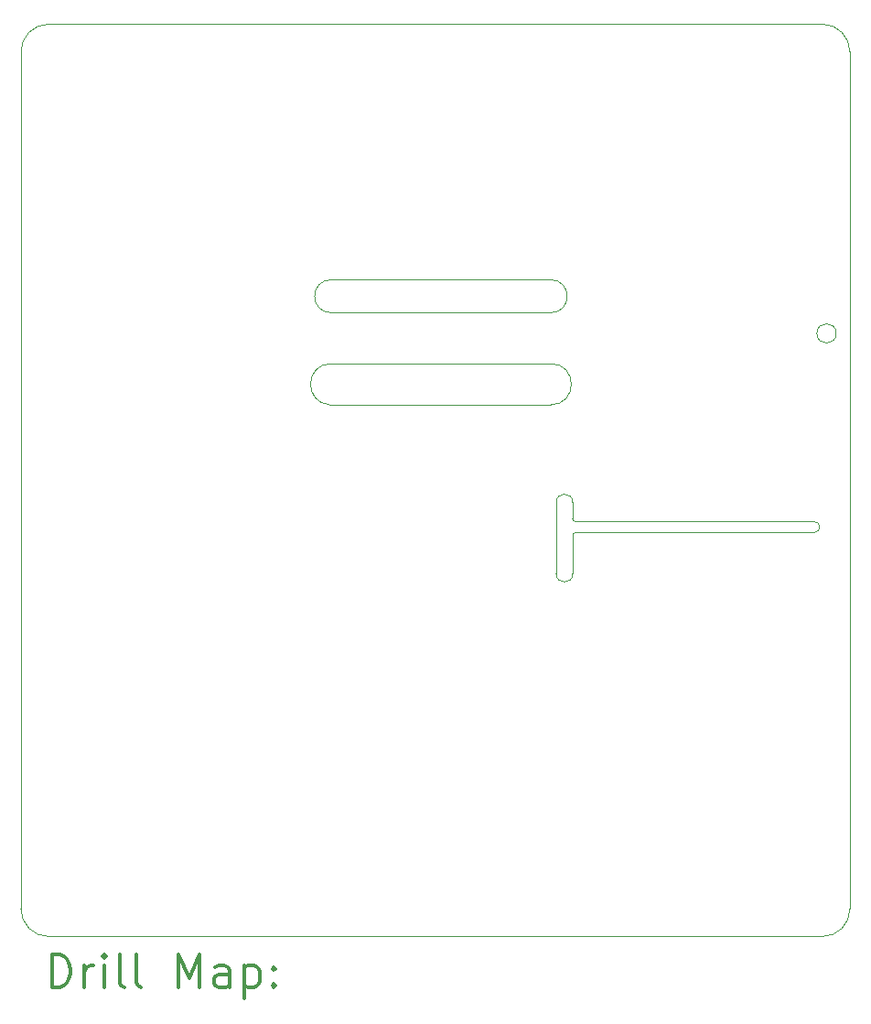
<source format=gbr>
%FSLAX45Y45*%
G04 Gerber Fmt 4.5, Leading zero omitted, Abs format (unit mm)*
G04 Created by KiCad (PCBNEW (5.1.12)-1) date 2022-01-04 10:26:17*
%MOMM*%
%LPD*%
G01*
G04 APERTURE LIST*
%TA.AperFunction,Profile*%
%ADD10C,0.050000*%
%TD*%
%TA.AperFunction,Profile*%
%ADD11C,0.100000*%
%TD*%
%ADD12C,0.200000*%
%ADD13C,0.300000*%
G04 APERTURE END LIST*
D10*
X19932650Y-6737350D02*
G75*
G02*
X20186650Y-6991350I0J-254000D01*
G01*
X12515850Y-6991350D02*
G75*
G02*
X12769850Y-6737350I254000J0D01*
G01*
X19932650Y-15170150D02*
X16183650Y-15170350D01*
X17621250Y-11309350D02*
X17621250Y-11156950D01*
X17621250Y-11461750D02*
G75*
G02*
X17646650Y-11436350I25400J0D01*
G01*
X19856450Y-11334750D02*
G75*
G02*
X19856450Y-11436350I0J-50800D01*
G01*
X17646650Y-11334750D02*
G75*
G02*
X17621250Y-11309350I0J25400D01*
G01*
X15386050Y-9404350D02*
G75*
G02*
X15386050Y-9099550I0J152400D01*
G01*
X17418050Y-9099550D02*
G75*
G02*
X17418050Y-9404350I0J-152400D01*
G01*
D11*
X17418050Y-9404350D02*
X15386050Y-9404350D01*
X15386050Y-9099550D02*
X17418050Y-9099550D01*
D10*
X17621250Y-11817350D02*
G75*
G02*
X17468850Y-11817350I-76200J0D01*
G01*
X17468850Y-11156950D02*
G75*
G02*
X17621250Y-11156950I76200J0D01*
G01*
D11*
X17621250Y-11461750D02*
X17621250Y-11817350D01*
X17468850Y-11817350D02*
X17468850Y-11156950D01*
X17646650Y-11334750D02*
X19856450Y-11334750D01*
X19856450Y-11436350D02*
X17646650Y-11436350D01*
D10*
X17418050Y-9874250D02*
G75*
G02*
X17418050Y-10255250I0J-190500D01*
G01*
X20186650Y-14916150D02*
G75*
G02*
X19932650Y-15170150I-254000J0D01*
G01*
X12769850Y-15170150D02*
G75*
G02*
X12515850Y-14916150I0J254000D01*
G01*
X20059650Y-9594850D02*
G75*
G03*
X20059650Y-9594850I-89803J0D01*
G01*
X15371490Y-10254693D02*
G75*
G02*
X15386050Y-9874250I14560J189943D01*
G01*
D11*
X15386050Y-9874250D02*
X17418050Y-9874250D01*
X17418050Y-10255250D02*
X15371490Y-10254693D01*
D10*
X12515850Y-14916150D02*
X12515850Y-6991350D01*
X19932650Y-6737350D02*
X12769850Y-6737350D01*
X16183650Y-15170350D02*
X12769850Y-15170150D01*
X20186650Y-14916150D02*
X20186650Y-6991350D01*
D12*
D13*
X12799778Y-15638564D02*
X12799778Y-15338564D01*
X12871207Y-15338564D01*
X12914064Y-15352850D01*
X12942636Y-15381421D01*
X12956921Y-15409993D01*
X12971207Y-15467136D01*
X12971207Y-15509993D01*
X12956921Y-15567136D01*
X12942636Y-15595707D01*
X12914064Y-15624279D01*
X12871207Y-15638564D01*
X12799778Y-15638564D01*
X13099778Y-15638564D02*
X13099778Y-15438564D01*
X13099778Y-15495707D02*
X13114064Y-15467136D01*
X13128350Y-15452850D01*
X13156921Y-15438564D01*
X13185493Y-15438564D01*
X13285493Y-15638564D02*
X13285493Y-15438564D01*
X13285493Y-15338564D02*
X13271207Y-15352850D01*
X13285493Y-15367136D01*
X13299778Y-15352850D01*
X13285493Y-15338564D01*
X13285493Y-15367136D01*
X13471207Y-15638564D02*
X13442636Y-15624279D01*
X13428350Y-15595707D01*
X13428350Y-15338564D01*
X13628350Y-15638564D02*
X13599778Y-15624279D01*
X13585493Y-15595707D01*
X13585493Y-15338564D01*
X13971207Y-15638564D02*
X13971207Y-15338564D01*
X14071207Y-15552850D01*
X14171207Y-15338564D01*
X14171207Y-15638564D01*
X14442636Y-15638564D02*
X14442636Y-15481421D01*
X14428350Y-15452850D01*
X14399778Y-15438564D01*
X14342636Y-15438564D01*
X14314064Y-15452850D01*
X14442636Y-15624279D02*
X14414064Y-15638564D01*
X14342636Y-15638564D01*
X14314064Y-15624279D01*
X14299778Y-15595707D01*
X14299778Y-15567136D01*
X14314064Y-15538564D01*
X14342636Y-15524279D01*
X14414064Y-15524279D01*
X14442636Y-15509993D01*
X14585493Y-15438564D02*
X14585493Y-15738564D01*
X14585493Y-15452850D02*
X14614064Y-15438564D01*
X14671207Y-15438564D01*
X14699778Y-15452850D01*
X14714064Y-15467136D01*
X14728350Y-15495707D01*
X14728350Y-15581421D01*
X14714064Y-15609993D01*
X14699778Y-15624279D01*
X14671207Y-15638564D01*
X14614064Y-15638564D01*
X14585493Y-15624279D01*
X14856921Y-15609993D02*
X14871207Y-15624279D01*
X14856921Y-15638564D01*
X14842636Y-15624279D01*
X14856921Y-15609993D01*
X14856921Y-15638564D01*
X14856921Y-15452850D02*
X14871207Y-15467136D01*
X14856921Y-15481421D01*
X14842636Y-15467136D01*
X14856921Y-15452850D01*
X14856921Y-15481421D01*
M02*

</source>
